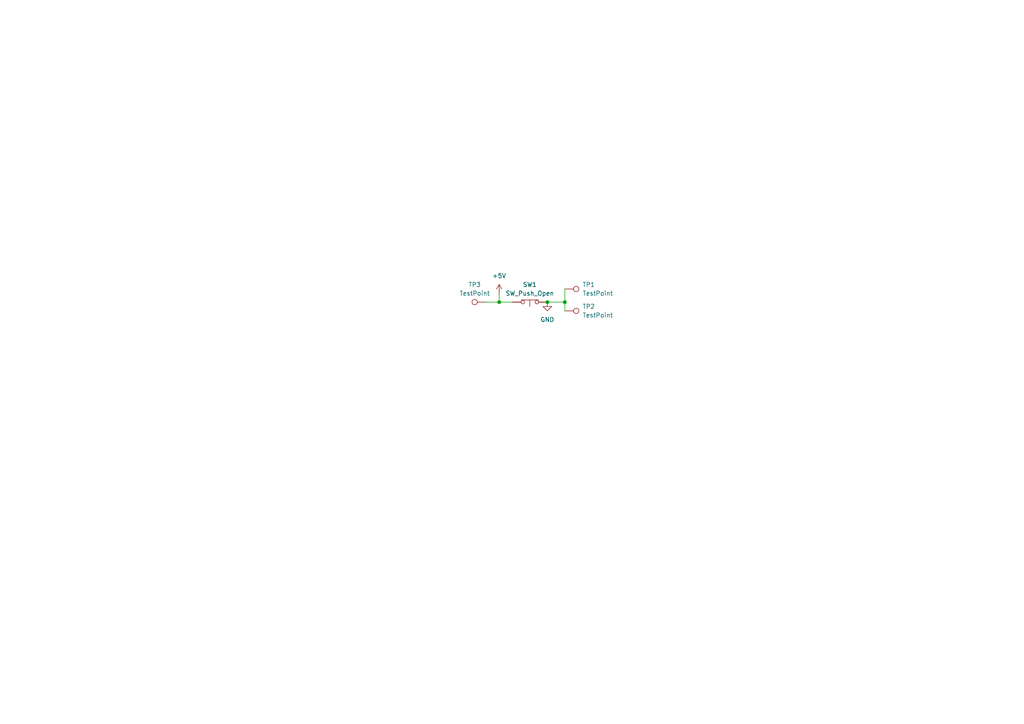
<source format=kicad_sch>
(kicad_sch
	(version 20250114)
	(generator "eeschema")
	(generator_version "9.0")
	(uuid "3d2a7c17-d4c8-4133-9234-6465f46674b7")
	(paper "A4")
	(lib_symbols
		(symbol "Connector:TestPoint"
			(pin_numbers
				(hide yes)
			)
			(pin_names
				(offset 0.762)
				(hide yes)
			)
			(exclude_from_sim no)
			(in_bom yes)
			(on_board yes)
			(property "Reference" "TP"
				(at 0 6.858 0)
				(effects
					(font
						(size 1.27 1.27)
					)
				)
			)
			(property "Value" "TestPoint"
				(at 0 5.08 0)
				(effects
					(font
						(size 1.27 1.27)
					)
				)
			)
			(property "Footprint" ""
				(at 5.08 0 0)
				(effects
					(font
						(size 1.27 1.27)
					)
					(hide yes)
				)
			)
			(property "Datasheet" "~"
				(at 5.08 0 0)
				(effects
					(font
						(size 1.27 1.27)
					)
					(hide yes)
				)
			)
			(property "Description" "test point"
				(at 0 0 0)
				(effects
					(font
						(size 1.27 1.27)
					)
					(hide yes)
				)
			)
			(property "ki_keywords" "test point tp"
				(at 0 0 0)
				(effects
					(font
						(size 1.27 1.27)
					)
					(hide yes)
				)
			)
			(property "ki_fp_filters" "Pin* Test*"
				(at 0 0 0)
				(effects
					(font
						(size 1.27 1.27)
					)
					(hide yes)
				)
			)
			(symbol "TestPoint_0_1"
				(circle
					(center 0 3.302)
					(radius 0.762)
					(stroke
						(width 0)
						(type default)
					)
					(fill
						(type none)
					)
				)
			)
			(symbol "TestPoint_1_1"
				(pin passive line
					(at 0 0 90)
					(length 2.54)
					(name "1"
						(effects
							(font
								(size 1.27 1.27)
							)
						)
					)
					(number "1"
						(effects
							(font
								(size 1.27 1.27)
							)
						)
					)
				)
			)
			(embedded_fonts no)
		)
		(symbol "Switch:SW_Push_Open"
			(pin_numbers
				(hide yes)
			)
			(pin_names
				(offset 1.016)
				(hide yes)
			)
			(exclude_from_sim no)
			(in_bom yes)
			(on_board yes)
			(property "Reference" "SW"
				(at 0 2.54 0)
				(effects
					(font
						(size 1.27 1.27)
					)
				)
			)
			(property "Value" "SW_Push_Open"
				(at 0 -1.905 0)
				(effects
					(font
						(size 1.27 1.27)
					)
				)
			)
			(property "Footprint" ""
				(at 0 5.08 0)
				(effects
					(font
						(size 1.27 1.27)
					)
					(hide yes)
				)
			)
			(property "Datasheet" "~"
				(at 0 5.08 0)
				(effects
					(font
						(size 1.27 1.27)
					)
					(hide yes)
				)
			)
			(property "Description" "Push button switch, push-to-open, generic, two pins"
				(at 0 0 0)
				(effects
					(font
						(size 1.27 1.27)
					)
					(hide yes)
				)
			)
			(property "ki_keywords" "switch normally-closed pushbutton push-button"
				(at 0 0 0)
				(effects
					(font
						(size 1.27 1.27)
					)
					(hide yes)
				)
			)
			(symbol "SW_Push_Open_0_1"
				(polyline
					(pts
						(xy -2.54 -0.635) (xy 2.54 -0.635)
					)
					(stroke
						(width 0)
						(type default)
					)
					(fill
						(type none)
					)
				)
				(circle
					(center -2.032 0)
					(radius 0.508)
					(stroke
						(width 0)
						(type default)
					)
					(fill
						(type none)
					)
				)
				(polyline
					(pts
						(xy 0 -0.635) (xy 0 1.27)
					)
					(stroke
						(width 0)
						(type default)
					)
					(fill
						(type none)
					)
				)
				(circle
					(center 2.032 0)
					(radius 0.508)
					(stroke
						(width 0)
						(type default)
					)
					(fill
						(type none)
					)
				)
				(pin passive line
					(at -5.08 0 0)
					(length 2.54)
					(name "A"
						(effects
							(font
								(size 1.27 1.27)
							)
						)
					)
					(number "1"
						(effects
							(font
								(size 1.27 1.27)
							)
						)
					)
				)
			)
			(symbol "SW_Push_Open_1_1"
				(pin passive line
					(at 5.08 0 180)
					(length 2.54)
					(name "B"
						(effects
							(font
								(size 1.27 1.27)
							)
						)
					)
					(number "2"
						(effects
							(font
								(size 1.27 1.27)
							)
						)
					)
				)
			)
			(embedded_fonts no)
		)
		(symbol "power:+5V"
			(power)
			(pin_numbers
				(hide yes)
			)
			(pin_names
				(offset 0)
				(hide yes)
			)
			(exclude_from_sim no)
			(in_bom yes)
			(on_board yes)
			(property "Reference" "#PWR"
				(at 0 -3.81 0)
				(effects
					(font
						(size 1.27 1.27)
					)
					(hide yes)
				)
			)
			(property "Value" "+5V"
				(at 0 3.556 0)
				(effects
					(font
						(size 1.27 1.27)
					)
				)
			)
			(property "Footprint" ""
				(at 0 0 0)
				(effects
					(font
						(size 1.27 1.27)
					)
					(hide yes)
				)
			)
			(property "Datasheet" ""
				(at 0 0 0)
				(effects
					(font
						(size 1.27 1.27)
					)
					(hide yes)
				)
			)
			(property "Description" "Power symbol creates a global label with name \"+5V\""
				(at 0 0 0)
				(effects
					(font
						(size 1.27 1.27)
					)
					(hide yes)
				)
			)
			(property "ki_keywords" "global power"
				(at 0 0 0)
				(effects
					(font
						(size 1.27 1.27)
					)
					(hide yes)
				)
			)
			(symbol "+5V_0_1"
				(polyline
					(pts
						(xy -0.762 1.27) (xy 0 2.54)
					)
					(stroke
						(width 0)
						(type default)
					)
					(fill
						(type none)
					)
				)
				(polyline
					(pts
						(xy 0 2.54) (xy 0.762 1.27)
					)
					(stroke
						(width 0)
						(type default)
					)
					(fill
						(type none)
					)
				)
				(polyline
					(pts
						(xy 0 0) (xy 0 2.54)
					)
					(stroke
						(width 0)
						(type default)
					)
					(fill
						(type none)
					)
				)
			)
			(symbol "+5V_1_1"
				(pin power_in line
					(at 0 0 90)
					(length 0)
					(name "~"
						(effects
							(font
								(size 1.27 1.27)
							)
						)
					)
					(number "1"
						(effects
							(font
								(size 1.27 1.27)
							)
						)
					)
				)
			)
			(embedded_fonts no)
		)
		(symbol "power:GND"
			(power)
			(pin_numbers
				(hide yes)
			)
			(pin_names
				(offset 0)
				(hide yes)
			)
			(exclude_from_sim no)
			(in_bom yes)
			(on_board yes)
			(property "Reference" "#PWR"
				(at 0 -6.35 0)
				(effects
					(font
						(size 1.27 1.27)
					)
					(hide yes)
				)
			)
			(property "Value" "GND"
				(at 0 -3.81 0)
				(effects
					(font
						(size 1.27 1.27)
					)
				)
			)
			(property "Footprint" ""
				(at 0 0 0)
				(effects
					(font
						(size 1.27 1.27)
					)
					(hide yes)
				)
			)
			(property "Datasheet" ""
				(at 0 0 0)
				(effects
					(font
						(size 1.27 1.27)
					)
					(hide yes)
				)
			)
			(property "Description" "Power symbol creates a global label with name \"GND\" , ground"
				(at 0 0 0)
				(effects
					(font
						(size 1.27 1.27)
					)
					(hide yes)
				)
			)
			(property "ki_keywords" "global power"
				(at 0 0 0)
				(effects
					(font
						(size 1.27 1.27)
					)
					(hide yes)
				)
			)
			(symbol "GND_0_1"
				(polyline
					(pts
						(xy 0 0) (xy 0 -1.27) (xy 1.27 -1.27) (xy 0 -2.54) (xy -1.27 -1.27) (xy 0 -1.27)
					)
					(stroke
						(width 0)
						(type default)
					)
					(fill
						(type none)
					)
				)
			)
			(symbol "GND_1_1"
				(pin power_in line
					(at 0 0 270)
					(length 0)
					(name "~"
						(effects
							(font
								(size 1.27 1.27)
							)
						)
					)
					(number "1"
						(effects
							(font
								(size 1.27 1.27)
							)
						)
					)
				)
			)
			(embedded_fonts no)
		)
	)
	(junction
		(at 144.78 87.63)
		(diameter 0)
		(color 0 0 0 0)
		(uuid "8607b73c-43d1-4b22-bef6-4bdaba17e789")
	)
	(junction
		(at 158.75 87.63)
		(diameter 0)
		(color 0 0 0 0)
		(uuid "ae1691b2-bd7f-4de3-b9a3-77a9dc35a7c7")
	)
	(junction
		(at 163.83 87.63)
		(diameter 0)
		(color 0 0 0 0)
		(uuid "f9c613f3-cc84-4e7f-90d2-b126130c342b")
	)
	(wire
		(pts
			(xy 163.83 83.82) (xy 163.83 87.63)
		)
		(stroke
			(width 0)
			(type default)
		)
		(uuid "20caf242-3411-46c4-81e6-c622fc91644f")
	)
	(wire
		(pts
			(xy 140.97 87.63) (xy 144.78 87.63)
		)
		(stroke
			(width 0)
			(type default)
		)
		(uuid "2ee2a6cf-c1e0-493f-a9ad-cdc58094b0bc")
	)
	(wire
		(pts
			(xy 158.75 87.63) (xy 163.83 87.63)
		)
		(stroke
			(width 0)
			(type default)
		)
		(uuid "929b882e-b942-4dee-bebc-d53ce4b10ed6")
	)
	(wire
		(pts
			(xy 163.83 87.63) (xy 163.83 90.17)
		)
		(stroke
			(width 0)
			(type default)
		)
		(uuid "a848aca5-6e03-4070-8b58-72c9b7d24854")
	)
	(wire
		(pts
			(xy 144.78 87.63) (xy 148.59 87.63)
		)
		(stroke
			(width 0)
			(type default)
		)
		(uuid "c388bd2d-5063-4a6f-8b45-990297eb0fa7")
	)
	(wire
		(pts
			(xy 144.78 85.09) (xy 144.78 87.63)
		)
		(stroke
			(width 0)
			(type default)
		)
		(uuid "f22b3269-3c0a-4548-adba-85d81a5463ff")
	)
	(symbol
		(lib_id "power:GND")
		(at 158.75 87.63 0)
		(unit 1)
		(exclude_from_sim no)
		(in_bom yes)
		(on_board yes)
		(dnp no)
		(fields_autoplaced yes)
		(uuid "396ca0d4-60ec-4f82-be91-7cd7364dcb8d")
		(property "Reference" "#PWR02"
			(at 158.75 93.98 0)
			(effects
				(font
					(size 1.27 1.27)
				)
				(hide yes)
			)
		)
		(property "Value" "GND"
			(at 158.75 92.71 0)
			(effects
				(font
					(size 1.27 1.27)
				)
			)
		)
		(property "Footprint" ""
			(at 158.75 87.63 0)
			(effects
				(font
					(size 1.27 1.27)
				)
				(hide yes)
			)
		)
		(property "Datasheet" ""
			(at 158.75 87.63 0)
			(effects
				(font
					(size 1.27 1.27)
				)
				(hide yes)
			)
		)
		(property "Description" "Power symbol creates a global label with name \"GND\" , ground"
			(at 158.75 87.63 0)
			(effects
				(font
					(size 1.27 1.27)
				)
				(hide yes)
			)
		)
		(pin "1"
			(uuid "7c99222d-5b9a-455d-a9e2-2f04d9950780")
		)
		(instances
			(project "Konami Justifier Trigger"
				(path "/3d2a7c17-d4c8-4133-9234-6465f46674b7"
					(reference "#PWR02")
					(unit 1)
				)
			)
		)
	)
	(symbol
		(lib_id "Connector:TestPoint")
		(at 163.83 90.17 270)
		(unit 1)
		(exclude_from_sim no)
		(in_bom yes)
		(on_board yes)
		(dnp no)
		(fields_autoplaced yes)
		(uuid "3dcbb4af-96e9-402c-b180-e831e1c0f692")
		(property "Reference" "TP2"
			(at 168.91 88.8999 90)
			(effects
				(font
					(size 1.27 1.27)
				)
				(justify left)
			)
		)
		(property "Value" "TestPoint"
			(at 168.91 91.4399 90)
			(effects
				(font
					(size 1.27 1.27)
				)
				(justify left)
			)
		)
		(property "Footprint" "TestPoint:TestPoint_THTPad_D1.5mm_Drill0.7mm"
			(at 163.83 95.25 0)
			(effects
				(font
					(size 1.27 1.27)
				)
				(hide yes)
			)
		)
		(property "Datasheet" "~"
			(at 163.83 95.25 0)
			(effects
				(font
					(size 1.27 1.27)
				)
				(hide yes)
			)
		)
		(property "Description" "test point"
			(at 163.83 90.17 0)
			(effects
				(font
					(size 1.27 1.27)
				)
				(hide yes)
			)
		)
		(pin "1"
			(uuid "75938482-d6b6-4c62-acfd-537ae5d8d34b")
		)
		(instances
			(project ""
				(path "/3d2a7c17-d4c8-4133-9234-6465f46674b7"
					(reference "TP2")
					(unit 1)
				)
			)
		)
	)
	(symbol
		(lib_id "Connector:TestPoint")
		(at 140.97 87.63 90)
		(unit 1)
		(exclude_from_sim no)
		(in_bom yes)
		(on_board yes)
		(dnp no)
		(fields_autoplaced yes)
		(uuid "643c586d-519b-4fe8-9c30-5f1a5fb11772")
		(property "Reference" "TP3"
			(at 137.668 82.55 90)
			(effects
				(font
					(size 1.27 1.27)
				)
			)
		)
		(property "Value" "TestPoint"
			(at 137.668 85.09 90)
			(effects
				(font
					(size 1.27 1.27)
				)
			)
		)
		(property "Footprint" "TestPoint:TestPoint_THTPad_D1.5mm_Drill0.7mm"
			(at 140.97 82.55 0)
			(effects
				(font
					(size 1.27 1.27)
				)
				(hide yes)
			)
		)
		(property "Datasheet" "~"
			(at 140.97 82.55 0)
			(effects
				(font
					(size 1.27 1.27)
				)
				(hide yes)
			)
		)
		(property "Description" "test point"
			(at 140.97 87.63 0)
			(effects
				(font
					(size 1.27 1.27)
				)
				(hide yes)
			)
		)
		(pin "1"
			(uuid "3acf4089-1bca-48bb-ab60-3dc0cb486224")
		)
		(instances
			(project "Konami Justifier Trigger"
				(path "/3d2a7c17-d4c8-4133-9234-6465f46674b7"
					(reference "TP3")
					(unit 1)
				)
			)
		)
	)
	(symbol
		(lib_id "power:+5V")
		(at 144.78 85.09 0)
		(unit 1)
		(exclude_from_sim no)
		(in_bom yes)
		(on_board yes)
		(dnp no)
		(fields_autoplaced yes)
		(uuid "af150805-9d6c-4a9c-bfe8-03a1b09c231d")
		(property "Reference" "#PWR01"
			(at 144.78 88.9 0)
			(effects
				(font
					(size 1.27 1.27)
				)
				(hide yes)
			)
		)
		(property "Value" "+5V"
			(at 144.78 80.01 0)
			(effects
				(font
					(size 1.27 1.27)
				)
			)
		)
		(property "Footprint" ""
			(at 144.78 85.09 0)
			(effects
				(font
					(size 1.27 1.27)
				)
				(hide yes)
			)
		)
		(property "Datasheet" ""
			(at 144.78 85.09 0)
			(effects
				(font
					(size 1.27 1.27)
				)
				(hide yes)
			)
		)
		(property "Description" "Power symbol creates a global label with name \"+5V\""
			(at 144.78 85.09 0)
			(effects
				(font
					(size 1.27 1.27)
				)
				(hide yes)
			)
		)
		(pin "1"
			(uuid "4609d9de-3d8d-439a-95a7-6aecdebe279f")
		)
		(instances
			(project ""
				(path "/3d2a7c17-d4c8-4133-9234-6465f46674b7"
					(reference "#PWR01")
					(unit 1)
				)
			)
		)
	)
	(symbol
		(lib_id "Switch:SW_Push_Open")
		(at 153.67 87.63 180)
		(unit 1)
		(exclude_from_sim no)
		(in_bom yes)
		(on_board yes)
		(dnp no)
		(fields_autoplaced yes)
		(uuid "eea391fa-9aa5-41a4-972d-197494394435")
		(property "Reference" "SW1"
			(at 153.67 82.55 0)
			(effects
				(font
					(size 1.27 1.27)
				)
			)
		)
		(property "Value" "SW_Push_Open"
			(at 153.67 85.09 0)
			(effects
				(font
					(size 1.27 1.27)
				)
			)
		)
		(property "Footprint" "Button_Switch_THT:SW_MEC_5GTH9"
			(at 153.67 92.71 0)
			(effects
				(font
					(size 1.27 1.27)
				)
				(hide yes)
			)
		)
		(property "Datasheet" "~"
			(at 153.67 92.71 0)
			(effects
				(font
					(size 1.27 1.27)
				)
				(hide yes)
			)
		)
		(property "Description" "Push button switch, push-to-open, generic, two pins"
			(at 153.67 87.63 0)
			(effects
				(font
					(size 1.27 1.27)
				)
				(hide yes)
			)
		)
		(pin "1"
			(uuid "28488f3d-56a6-458f-a261-14368cd8e4b0")
		)
		(pin "2"
			(uuid "044fe5b3-4292-4725-96ae-2b625b474e13")
		)
		(instances
			(project ""
				(path "/3d2a7c17-d4c8-4133-9234-6465f46674b7"
					(reference "SW1")
					(unit 1)
				)
			)
		)
	)
	(symbol
		(lib_id "Connector:TestPoint")
		(at 163.83 83.82 270)
		(unit 1)
		(exclude_from_sim no)
		(in_bom yes)
		(on_board yes)
		(dnp no)
		(fields_autoplaced yes)
		(uuid "f0141b3f-1788-4107-b416-cde5c1963736")
		(property "Reference" "TP1"
			(at 168.91 82.5499 90)
			(effects
				(font
					(size 1.27 1.27)
				)
				(justify left)
			)
		)
		(property "Value" "TestPoint"
			(at 168.91 85.0899 90)
			(effects
				(font
					(size 1.27 1.27)
				)
				(justify left)
			)
		)
		(property "Footprint" "TestPoint:TestPoint_THTPad_D1.5mm_Drill0.7mm"
			(at 163.83 88.9 0)
			(effects
				(font
					(size 1.27 1.27)
				)
				(hide yes)
			)
		)
		(property "Datasheet" "~"
			(at 163.83 88.9 0)
			(effects
				(font
					(size 1.27 1.27)
				)
				(hide yes)
			)
		)
		(property "Description" "test point"
			(at 163.83 83.82 0)
			(effects
				(font
					(size 1.27 1.27)
				)
				(hide yes)
			)
		)
		(pin "1"
			(uuid "5f8c3992-d81b-43da-bf52-a2cf7e4cd67b")
		)
		(instances
			(project ""
				(path "/3d2a7c17-d4c8-4133-9234-6465f46674b7"
					(reference "TP1")
					(unit 1)
				)
			)
		)
	)
	(sheet_instances
		(path "/"
			(page "1")
		)
	)
	(embedded_fonts no)
)

</source>
